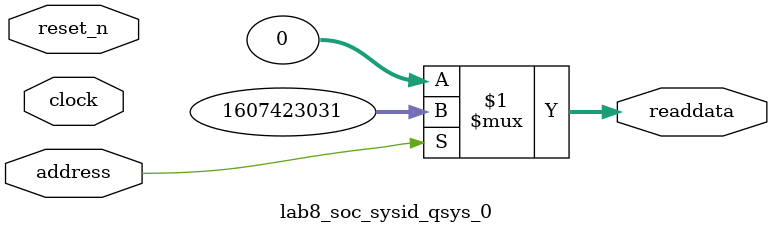
<source format=v>



// synthesis translate_off
`timescale 1ns / 1ps
// synthesis translate_on

// turn off superfluous verilog processor warnings 
// altera message_level Level1 
// altera message_off 10034 10035 10036 10037 10230 10240 10030 

module lab8_soc_sysid_qsys_0 (
               // inputs:
                address,
                clock,
                reset_n,

               // outputs:
                readdata
             )
;

  output  [ 31: 0] readdata;
  input            address;
  input            clock;
  input            reset_n;

  wire    [ 31: 0] readdata;
  //control_slave, which is an e_avalon_slave
  assign readdata = address ? 1607423031 : 0;

endmodule



</source>
